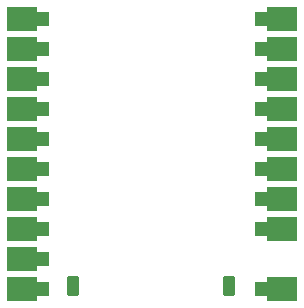
<source format=gbr>
%TF.GenerationSoftware,KiCad,Pcbnew,9.0.1+dfsg-1*%
%TF.CreationDate,2025-05-01T11:04:41+02:00*%
%TF.ProjectId,sim-and-sd-card,73696d2d-616e-4642-9d73-642d63617264,rev?*%
%TF.SameCoordinates,Original*%
%TF.FileFunction,Soldermask,Bot*%
%TF.FilePolarity,Negative*%
%FSLAX46Y46*%
G04 Gerber Fmt 4.6, Leading zero omitted, Abs format (unit mm)*
G04 Created by KiCad (PCBNEW 9.0.1+dfsg-1) date 2025-05-01 11:04:41*
%MOMM*%
%LPD*%
G01*
G04 APERTURE LIST*
G04 Aperture macros list*
%AMRoundRect*
0 Rectangle with rounded corners*
0 $1 Rounding radius*
0 $2 $3 $4 $5 $6 $7 $8 $9 X,Y pos of 4 corners*
0 Add a 4 corners polygon primitive as box body*
4,1,4,$2,$3,$4,$5,$6,$7,$8,$9,$2,$3,0*
0 Add four circle primitives for the rounded corners*
1,1,$1+$1,$2,$3*
1,1,$1+$1,$4,$5*
1,1,$1+$1,$6,$7*
1,1,$1+$1,$8,$9*
0 Add four rect primitives between the rounded corners*
20,1,$1+$1,$2,$3,$4,$5,0*
20,1,$1+$1,$4,$5,$6,$7,0*
20,1,$1+$1,$6,$7,$8,$9,0*
20,1,$1+$1,$8,$9,$2,$3,0*%
G04 Aperture macros list end*
%ADD10RoundRect,0.172244X-0.352756X-0.677756X0.352756X-0.677756X0.352756X0.677756X-0.352756X0.677756X0*%
%ADD11RoundRect,0.172244X0.352756X0.677756X-0.352756X0.677756X-0.352756X-0.677756X0.352756X-0.677756X0*%
%ADD12R,2.540000X2.000000*%
%ADD13RoundRect,0.250000X-0.375000X-0.375000X0.375000X-0.375000X0.375000X0.375000X-0.375000X0.375000X0*%
G04 APERTURE END LIST*
D10*
%TO.C,J1*%
X53015400Y-60020200D03*
D11*
X66205400Y-60020200D03*
%TD*%
D12*
%TO.C,M1*%
X70720800Y-60248800D03*
D13*
X69020800Y-60248800D03*
D12*
X70720800Y-55168800D03*
D13*
X69020800Y-55168800D03*
D12*
X70720800Y-52628800D03*
D13*
X69020800Y-52628800D03*
D12*
X70720800Y-50088800D03*
D13*
X69020800Y-50088800D03*
D12*
X70720800Y-47548800D03*
D13*
X69020800Y-47548800D03*
D12*
X70720800Y-45008800D03*
D13*
X69020800Y-45008800D03*
D12*
X70720800Y-42468800D03*
D13*
X69020800Y-42468800D03*
D12*
X70720800Y-39928800D03*
D13*
X69020800Y-39928800D03*
D12*
X70720800Y-37388800D03*
D13*
X69020800Y-37388800D03*
X50420800Y-60248800D03*
D12*
X48720800Y-60248800D03*
D13*
X50420800Y-57708800D03*
D12*
X48720800Y-57708800D03*
D13*
X50420800Y-55168800D03*
D12*
X48720800Y-55168800D03*
D13*
X50420800Y-52628800D03*
D12*
X48720800Y-52628800D03*
D13*
X50420800Y-50088800D03*
D12*
X48720800Y-50088800D03*
D13*
X50420800Y-47548800D03*
D12*
X48720800Y-47548800D03*
D13*
X50420800Y-45008800D03*
D12*
X48720800Y-45008800D03*
D13*
X50420800Y-42468800D03*
D12*
X48720800Y-42468800D03*
D13*
X50420800Y-39928800D03*
D12*
X48720800Y-39928800D03*
D13*
X50420800Y-37388800D03*
D12*
X48720800Y-37388800D03*
%TD*%
M02*

</source>
